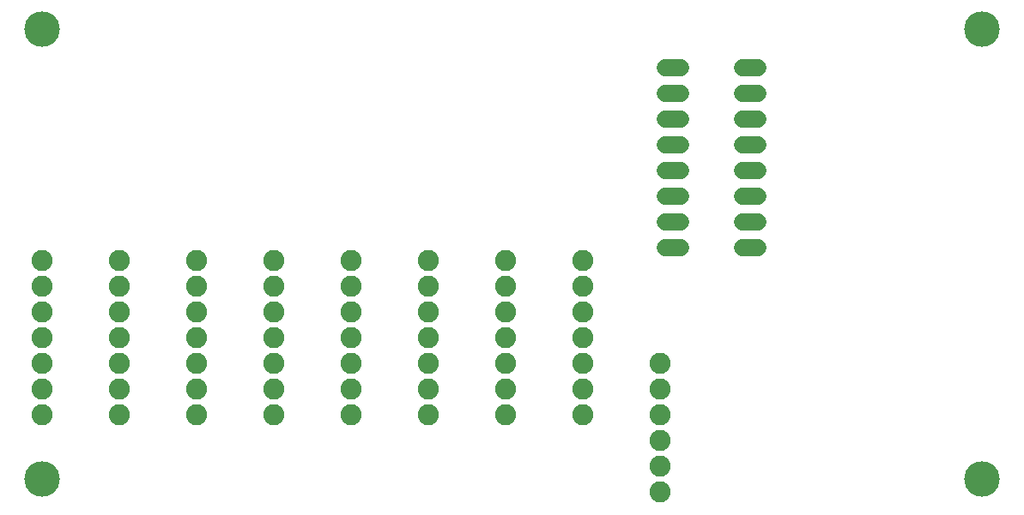
<source format=gbs>
G75*
%MOIN*%
%OFA0B0*%
%FSLAX25Y25*%
%IPPOS*%
%LPD*%
%AMOC8*
5,1,8,0,0,1.08239X$1,22.5*
%
%ADD10C,0.06619*%
%ADD11C,0.08200*%
%ADD12C,0.13800*%
D10*
X0263091Y0111000D02*
X0268909Y0111000D01*
X0268909Y0121000D02*
X0263091Y0121000D01*
X0263091Y0131000D02*
X0268909Y0131000D01*
X0268909Y0141000D02*
X0263091Y0141000D01*
X0263091Y0151000D02*
X0268909Y0151000D01*
X0268909Y0161000D02*
X0263091Y0161000D01*
X0263091Y0171000D02*
X0268909Y0171000D01*
X0268909Y0181000D02*
X0263091Y0181000D01*
X0293091Y0181000D02*
X0298909Y0181000D01*
X0298909Y0171000D02*
X0293091Y0171000D01*
X0293091Y0161000D02*
X0298909Y0161000D01*
X0298909Y0151000D02*
X0293091Y0151000D01*
X0293091Y0141000D02*
X0298909Y0141000D01*
X0298909Y0131000D02*
X0293091Y0131000D01*
X0293091Y0121000D02*
X0298909Y0121000D01*
X0298909Y0111000D02*
X0293091Y0111000D01*
D11*
X0231000Y0106000D03*
X0231000Y0096000D03*
X0231000Y0086000D03*
X0231000Y0076000D03*
X0231000Y0066000D03*
X0231000Y0056000D03*
X0231000Y0046000D03*
X0201000Y0046000D03*
X0201000Y0056000D03*
X0201000Y0066000D03*
X0201000Y0076000D03*
X0201000Y0086000D03*
X0201000Y0096000D03*
X0201000Y0106000D03*
X0171000Y0106000D03*
X0171000Y0096000D03*
X0171000Y0086000D03*
X0171000Y0076000D03*
X0171000Y0066000D03*
X0171000Y0056000D03*
X0171000Y0046000D03*
X0141000Y0046000D03*
X0141000Y0056000D03*
X0141000Y0066000D03*
X0141000Y0076000D03*
X0141000Y0086000D03*
X0141000Y0096000D03*
X0141000Y0106000D03*
X0111000Y0106000D03*
X0111000Y0096000D03*
X0111000Y0086000D03*
X0111000Y0076000D03*
X0111000Y0066000D03*
X0111000Y0056000D03*
X0111000Y0046000D03*
X0081000Y0046000D03*
X0081000Y0056000D03*
X0081000Y0066000D03*
X0081000Y0076000D03*
X0081000Y0086000D03*
X0081000Y0096000D03*
X0081000Y0106000D03*
X0051000Y0106000D03*
X0051000Y0096000D03*
X0051000Y0086000D03*
X0051000Y0076000D03*
X0051000Y0066000D03*
X0051000Y0056000D03*
X0051000Y0046000D03*
X0021000Y0046000D03*
X0021000Y0056000D03*
X0021000Y0066000D03*
X0021000Y0076000D03*
X0021000Y0086000D03*
X0021000Y0096000D03*
X0021000Y0106000D03*
X0261000Y0066000D03*
X0261000Y0056000D03*
X0261000Y0046000D03*
X0261000Y0036000D03*
X0261000Y0026000D03*
X0261000Y0016000D03*
D12*
X0021000Y0021000D03*
X0021000Y0196000D03*
X0386000Y0196000D03*
X0386000Y0021000D03*
M02*

</source>
